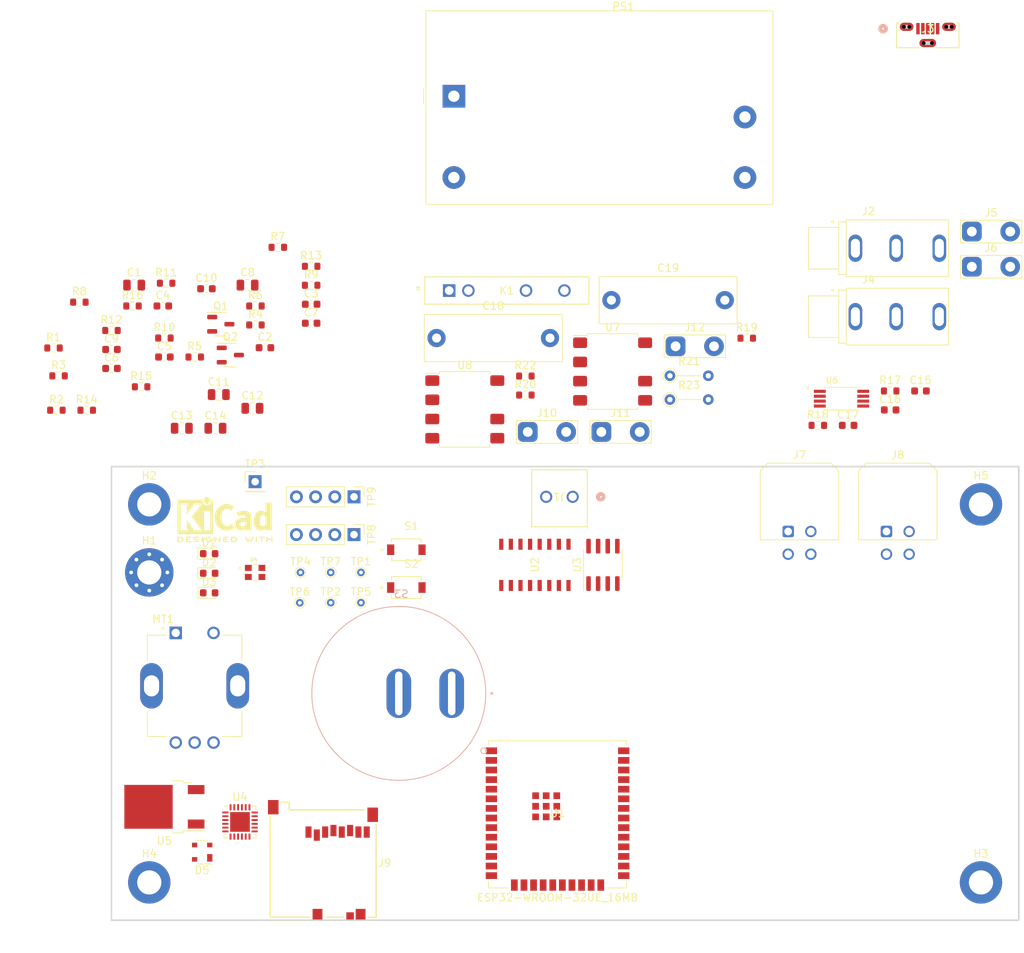
<source format=kicad_pcb>
(kicad_pcb (version 20211014) (generator pcbnew)
  (layers (0 "F.Cu" signal "TOP") (1 "In1.Cu" power "M10") (2 "In2.Cu" power "M233") (31 "B.Cu" signal "BOTTOM") (34 "B.Paste" user) (35 "F.Paste" user) (36 "B.SilkS" user "B.Silkscreen") (37 "F.SilkS" user "F.Silkscreen") (38 "B.Mask" user) (39 "F.Mask" user) (44 "Edge.Cuts" user))
  (net 0 "")
  (net 1 "GND")
  (net 2 "+3.3V")
  (net 3 "/AC_L")
  (net 4 "/AC_N")
  (net 5 "Net-(D4-Pad2)")
  (net 6 "/Probe1+")
  (net 7 "/Probe1-")
  (net 8 "/Probe2+")
  (net 9 "/Probe2-")
  (net 10 "/Probe3+")
  (net 11 "/Probe3-")
  (net 12 "/Probe4+")
  (net 13 "/Probe4-")
  (net 14 "/MUX_OUT_-")
  (net 15 "/MUX_OUT_+")
  (net 16 "+3.3VA")
  (net 17 "+5V")
  (net 18 "/Loads/Auger_-")
  (net 19 "+3.3VP")
  (net 20 "/EN")
  (net 21 "/I36")
  (net 22 "/I39")
  (net 23 "/I34")
  (net 24 "/I35")
  (net 25 "/IO32")
  (net 26 "/IO33")
  (net 27 "/IO25")
  (net 28 "/IO26")
  (net 29 "/IO27")
  (net 30 "/IO14")
  (net 31 "/IO12")
  (net 32 "/IO13")
  (net 33 "/IO15")
  (net 34 "/IO2")
  (net 35 "/IO0")
  (net 36 "/IO4")
  (net 37 "/IO16")
  (net 38 "/IO17")
  (net 39 "/RXD0")
  (net 40 "/TXD0")
  (net 41 "/IO23")
  (net 42 "/USB_DN")
  (net 43 "/USB_DP")
  (net 44 "Net-(Q2-Pad2)")
  (net 45 "Net-(D3-Pad2)")
  (net 46 "/I2C_SDA")
  (net 47 "/I2C_SCL")
  (net 48 "/RTS")
  (net 49 "/DTR")
  (net 50 "Net-(C18-Pad2)")
  (net 51 "Net-(D2-Pad2)")
  (net 52 "/RXD")
  (net 53 "/TXD")
  (net 54 "Net-(D1-Pad2)")
  (net 55 "/SPI_MISO")
  (net 56 "/SPI_SCK")
  (net 57 "/SPI_CS")
  (net 58 "Net-(D4-Pad3)")
  (net 59 "Net-(D4-Pad4)")
  (net 69 "/Power/AC_L")
  (net 70 "/Power/AC_N")
  (net 71 "/Loads/Heater_+")
  (net 72 "/Loads/Auger_+")
  (net 73 "/Loads/Fan_+")
  (net 74 "Net-(K1-Pad2)")
  (net 75 "/CTS")
  (net 76 "/Loads/AC_N")
  (net 77 "Net-(R6-Pad1)")
  (net 78 "Net-(Q1-Pad2)")
  (net 79 "Net-(R10-Pad2)")
  (net 80 "/Loads/IGNITOR")
  (net 81 "/Loads/AUGER")
  (net 94 "/Loads/FAN")
  (net 106 "Net-(C19-Pad2)")
  (net 110 "Net-(R18-Pad1)")
  (net 111 "Net-(R20-Pad2)")
  (net 112 "Net-(R22-Pad2)")
  (net 120 "Net-(MT1-PadS1)")
  (net 121 "/Power/IO_4")
  (footprint "Customs Smoker:XDCR_PEC11R-4215F-S0024" (layer "F.Cu") (at 111 129)
    (fp_text reference "MT1" (at -4.175 -8.835) (layer "F.SilkS"))
    (fp_text value "PEC11R-4215F-S0024")
    (pad "1" thru_hole rect locked (at -2.5 -7) (size 1.65 1.65) (drill 1.1) (layers *.Cu *.Mask))
    (pad "2" thru_hole circle locked (at 2.5 -7) (size 1.65 1.65) (drill 1.1) (layers *.Cu *.Mask))
    (pad "A" thru_hole circle locked (at -2.5 7.5) (size 1.65 1.65) (drill 1.1) (layers *.Cu *.Mask))
    (pad "B" thru_hole circle locked (at 2.5 7.5) (size 1.65 1.65) (drill 1.1) (layers *.Cu *.Mask))
    (pad "COM" thru_hole circle locked (at 0 7.5) (size 1.65 1.65) (drill 1.1) (layers *.Cu *.Mask))
    (pad "S1" thru_hole oval locked (at -5.7 0) (size 3 6) (drill oval 2 2.8) (layers *.Cu *.Mask) (net 120 "Net-(MT1-PadS1)"))
    (pad "S2" thru_hole oval locked (at 5.7 0) (size 3 6) (drill oval 2 2.8) (layers *.Cu *.Mask) (net 120 "Net-(MT1-PadS1)"))
  )
  (footprint "Capacitor_SMD:C_0805_2012Metric" (layer "F.Cu") (at 113.75 94.93)
    (fp_text reference "C14" (at 0 -1.68) (layer "F.SilkS"))
    (fp_text value "10uF 16V X5R 0805")
    (pad "1" smd roundrect (at -0.95 0) (size 1 1.45) (layers "F.Cu" "F.Paste" "F.Mask") (net 19 "+3.3VP"))
    (pad "2" smd roundrect (at 0.95 0) (size 1 1.45) (layers "F.Cu" "F.Paste" "F.Mask") (net 1 "GND"))
  )
  (footprint "Connector_PinHeader_2.54mm:PinHeader_1x04_P2.54mm_Vertical" (layer "F.Cu") (at 132.08 109 -90)
    (fp_text reference "TP8" (at 0 -2.33 90) (layer "F.SilkS"))
    (fp_text value "GPIO MISC.")
    (pad "1" thru_hole rect (at 0 0 270) (size 1.7 1.7) (drill 1) (layers *.Cu *.Mask))
    (pad "2" thru_hole oval (at 0 2.54 270) (size 1.7 1.7) (drill 1) (layers *.Cu *.Mask))
    (pad "3" thru_hole oval (at 0 5.08 270) (size 1.7 1.7) (drill 1) (layers *.Cu *.Mask))
    (pad "4" thru_hole oval (at 0 7.62 270) (size 1.7 1.7) (drill 1) (layers *.Cu *.Mask))
  )
  (footprint "Resistor_SMD:R_0603_1608Metric" (layer "F.Cu") (at 92.335 84.3175)
    (fp_text reference "R1" (at 0 -1.43) (layer "F.SilkS"))
    (fp_text value "1.8kOhm 1% 0603")
    (pad "1" smd roundrect (at -0.825 0) (size 0.8 0.95) (layers "F.Cu" "F.Paste" "F.Mask") (net 47 "/I2C_SCL"))
    (pad "2" smd roundrect (at 0.825 0) (size 0.8 0.95) (layers "F.Cu" "F.Paste" "F.Mask") (net 2 "+3.3V"))
  )
  (footprint "Package_SO:SSO-7-8_6.4x9.78mm_P2.54mm" (layer "F.Cu") (at 146.73 92.44)
    (fp_text reference "U8" (at 0 -5.84) (layer "F.SilkS"))
    (fp_text value "AQH3223A")
    (pad "1" smd roundrect (at -4.3 -3.81) (size 1.85 1.4) (layers "F.Cu" "F.Paste" "F.Mask") (roundrect_rratio 0.178571) (net 1 "GND"))
    (pad "2" smd roundrect (at -4.3 -1.27) (size 1.85 1.4) (layers "F.Cu" "F.Paste" "F.Mask") (roundrect_rratio 0.178571) (net 112 "Net-(R22-Pad2)"))
    (pad "3" smd roundrect (at -4.3 1.27) (size 1.85 1.4) (layers "F.Cu" "F.Paste" "F.Mask") (roundrect_rratio 0.178571) (net 1 "GND"))
    (pad "4" smd roundrect (at -4.3 3.81) (size 1.85 1.4) (layers "F.Cu" "F.Paste" "F.Mask") (roundrect_rratio 0.178571) (net 1 "GND"))
    (pad "5" smd roundrect (at 4.3 3.81) (size 1.85 1.4) (layers "F.Cu" "F.Paste" "F.Mask") (roundrect_rratio 0.178571))
    (pad "6" smd roundrect (at 4.3 1.27) (size 1.85 1.4) (layers "F.Cu" "F.Paste" "F.Mask") (roundrect_rratio 0.178571) (net 76 "/Loads/AC_N"))
    (pad "8" smd roundrect (at 4.3 -3.81) (size 1.85 1.4) (layers "F.Cu" "F.Paste" "F.Mask") (roundrect_rratio 0.178571) (net 73 "/Loads/Fan_+"))
  )
  (footprint "TestPoint:TestPoint_THTPad_D1.0mm_Drill0.5mm" (layer "F.Cu") (at 133 114)
    (fp_text reference "TP1" (at 0 -1.448) (layer "F.SilkS"))
    (fp_text value "3V3 TP")
    (pad "1" thru_hole circle (at 0 0) (size 1 1) (drill 0.5) (layers *.Cu *.Mask) (net 2 "+3.3V"))
  )
  (footprint "Resistor_SMD:R_0603_1608Metric" (layer "F.Cu") (at 92.71687 92.547424)
    (fp_text reference "R2" (at 0 -1.43) (layer "F.SilkS"))
    (fp_text value "1.8kOhm 1% 0603")
    (pad "1" smd roundrect (at -0.825 0) (size 0.8 0.95) (layers "F.Cu" "F.Paste" "F.Mask") (net 46 "/I2C_SDA"))
    (pad "2" smd roundrect (at 0.825 0) (size 0.8 0.95) (layers "F.Cu" "F.Paste" "F.Mask") (net 2 "+3.3V"))
  )
  (footprint "Resistor_SMD:R_0603_1608Metric" (layer "F.Cu") (at 102.78 78.76)
    (fp_text reference "R16" (at 0 -1.43) (layer "F.SilkS"))
    (fp_text value "0Ohm 0603")
    (pad "1" smd roundrect (at -0.825 0) (size 0.8 0.95) (layers "F.Cu" "F.Paste" "F.Mask") (net 39 "/RXD0"))
    (pad "2" smd roundrect (at 0.825 0) (size 0.8 0.95) (layers "F.Cu" "F.Paste" "F.Mask") (net 53 "/TXD"))
  )
  (footprint "Resistor_SMD:R_0603_1608Metric" (layer "F.Cu") (at 93 88)
    (fp_text reference "R3" (at 0 -1.43) (layer "F.SilkS"))
    (fp_text value "10K 1% 0603")
    (pad "1" smd roundrect (at -0.825 0) (size 0.8 0.95) (layers "F.Cu" "F.Paste" "F.Mask") (net 20 "/EN"))
    (pad "2" smd roundrect (at 0.825 0) (size 0.8 0.95) (layers "F.Cu" "F.Paste" "F.Mask") (net 2 "+3.3V"))
  )
  (footprint "Capacitor_SMD:C_0603_1608Metric" (layer "F.Cu") (at 197.43 94.55)
    (fp_text reference "C17" (at 0 -1.43) (layer "F.SilkS"))
    (fp_text value "0.1uF 50V X7R 0603")
    (pad "1" smd roundrect (at -0.775 0) (size 0.9 0.95) (layers "F.Cu" "F.Paste" "F.Mask") (net 1 "GND"))
    (pad "2" smd roundrect (at 0.775 0) (size 0.9 0.95) (layers "F.Cu" "F.Paste" "F.Mask") (net 19 "+3.3VP"))
  )
  (footprint "MountingHole:MountingHole_3.2mm_M3_Pad_Via" (layer "F.Cu") (at 105 114)
    (fp_text reference "H1" (at 0 -4.2) (layer "F.SilkS"))
    (fp_text value "AC_GND")
    (pad "1" thru_hole circle (at 2.4 0) (size 0.8 0.8) (drill 0.5) (layers *.Cu *.Mask) (net 1 "GND"))
    (pad "1" thru_hole circle (at 1.697056 1.697056) (size 0.8 0.8) (drill 0.5) (layers *.Cu *.Mask) (net 1 "GND"))
    (pad "1" thru_hole circle (at 0 -2.4) (size 0.8 0.8) (drill 0.5) (layers *.Cu *.Mask) (net 1 "GND"))
    (pad "1" thru_hole circle (at -2.4 0) (size 0.8 0.8) (drill 0.5) (layers *.Cu *.Mask) (net 1 "GND"))
    (pad "1" thru_hole circle (at 1.697056 -1.697056) (size 0.8 0.8) (drill 0.5) (layers *.Cu *.Mask) (net 1 "GND"))
    (pad "1" thru_hole circle (at 0 0) (size 6.4 6.4) (drill 3.2) (layers *.Cu *.Mask) (net 1 "GND"))
    (pad "1" thru_hole circle (at -1.697056 1.697056) (size 0.8 0.8) (drill 0.5) (layers *.Cu *.Mask) (net 1 "GND"))
    (pad "1" thru_hole circle (at 0 2.4) (size 0.8 0.8) (drill 0.5) (layers *.Cu *.Mask) (net 1 "GND"))
    (pad "1" thru_hole circle (at -1.697056 -1.697056) (size 0.8 0.8) (drill 0.5) (layers *.Cu *.Mask) (net 1 "GND"))
  )
  (footprint "TestPoint:TestPoint_2Pads_Pitch5.08mm_Drill1.3mm" (layer "F.Cu") (at 213.79 73.57)
    (fp_text reference "J6" (at 2.54 -2.5) (layer "F.SilkS"))
    (fp_text value "MJ-3502")
    (pad "1" thru_hole roundrect (at 0 0) (size 2.6 2.6) (drill 1.3) (layers *.Cu *.Mask) (net 13 "/Probe4-"))
    (pad "2" thru_hole circle (at 5.08 0) (size 2.6 2.6) (drill 1.3) (layers *.Cu *.Mask) (net 12 "/Probe4+"))
  )
  (footprint "Resistor_SMD:R_0603_1608Metric" (layer "F.Cu") (at 100 82)
    (fp_text reference "R12" (at 0 -1.43) (layer "F.SilkS"))
    (fp_text value "20Ohm 1% 0603")
    (pad "1" smd roundrect (at -0.825 0) (size 0.8 0.95) (layers "F.Cu" "F.Paste" "F.Mask") (net 59 "Net-(D4-Pad4)"))
    (pad "2" smd roundrect (at 0.825 0) (size 0.8 0.95) (layers "F.Cu" "F.Paste" "F.Mask") (net 29 "/IO27"))
  )
  (footprint "Customs Smoker:LED_ASMB-KTF0-0A306" (layer "F.Cu") (at 119 114)
    (fp_text reference "D4" (at -0.176143 -1.706188) (layer "F.SilkS") (effects (font (size 0.48039 0.48039))))
    (fp_text value "ASMB-KTF0-0A306")
    (pad "1" smd rect locked (at -0.9 -0.6 180) (size 0.9 0.8) (layers "F.Cu" "F.Paste" "F.Mask") (net 2 "+3.3V"))
    (pad "2" smd rect locked (at -0.9 0.6 180) (size 0.9 0.8) (layers "F.Cu" "F.Paste" "F.Mask") (net 5 "Net-(D4-Pad2)"))
    (pad "3" smd rect locked (at 0.9 0.6 180) (size 0.9 0.8) (layers "F.Cu" "F.Paste" "F.Mask") (net 58 "Net-(D4-Pad3)"))
    (pad "4" smd rect locked (at 0.9 -0.6 180) (size 0.9 0.8) (layers "F.Cu" "F.Paste" "F.Mask") (net 59 "Net-(D4-Pad4)"))
  )
  (footprint "TestPoint:TestPoint_THTPad_D1.0mm_Drill0.5mm" (layer "F.Cu") (at 129 114)
    (fp_text reference "TP7" (at 0 -1.448) (layer "F.SilkS"))
    (fp_text value "SDA TP")
    (pad "1" thru_hole circle (at 0 0) (size 1 1) (drill 0.5) (layers *.Cu *.Mask) (net 46 "/I2C_SDA"))
  )
  (footprint "MountingHole:MountingHole_3.2mm_M3_DIN965_Pad" (layer "F.Cu") (at 215 105)
    (fp_text reference "H5" (at 0 -3.8) (layer "F.SilkS"))
    (fp_text value "MountingHole")
    (pad "1" thru_hole circle (at 0 0) (size 5.6 5.6) (drill 3.2) (layers *.Cu *.Mask))
  )
  (footprint "Capacitor_SMD:C_0603_1608Metric" (layer "F.Cu") (at 100 84.51)
    (fp_text reference "C9" (at 0 -1.43) (layer "F.SilkS"))
    (fp_text value "0.1uF 50V X7R 0603")
    (pad "1" smd roundrect (at -0.775 0) (size 0.9 0.95) (layers "F.Cu" "F.Paste" "F.Mask") (net 17 "+5V"))
    (pad "2" smd roundrect (at 0.775 0) (size 0.9 0.95) (layers "F.Cu" "F.Paste" "F.Mask") (net 1 "GND"))
  )
  (footprint "TestPoint:TestPoint_THTPad_D1.0mm_Drill0.5mm" (layer "F.Cu") (at 133 118)
    (fp_text reference "TP5" (at 0 -1.448) (layer "F.SilkS"))
    (fp_text value "3V3 TP")
    (pad "1" thru_hole circle (at 0 0) (size 1 1) (drill 0.5) (layers *.Cu *.Mask) (net 16 "+3.3VA"))
  )
  (footprint "Capacitor_SMD:C_0805_2012Metric" (layer "F.Cu") (at 103 76)
    (fp_text reference "C1" (at 0 -1.68) (layer "F.SilkS"))
    (fp_text value "22uF 10V X5R 0805")
    (pad "1" smd roundrect (at -0.95 0) (size 1 1.45) (layers "F.Cu" "F.Paste" "F.Mask") (net 1 "GND"))
    (pad "2" smd roundrect (at 0.95 0) (size 1 1.45) (layers "F.Cu" "F.Paste" "F.Mask") (net 2 "+3.3V"))
  )
  (footprint "Package_TO_SOT_SMD:TO-252-2" (layer "F.Cu") (at 107 145 180)
    (fp_text reference "U5" (at 0 -4.5) (layer "F.SilkS"))
    (fp_text value "AMS1117-3.3")
    (pad "1" smd rect (at -4.2 -2.28 180) (size 2.2 1.2) (layers "F.Cu" "F.Paste" "F.Mask") (net 1 "GND"))
    (pad "2" smd rect (at 2.1 0 180) (size 6.4 5.8) (layers "F.Cu" "F.Mask") (net 19 "+3.3VP"))
    (pad "3" smd rect (at -4.2 2.28 180) (size 2.2 1.2) (layers "F.Cu" "F.Paste" "F.Mask") (net 17 "+5V"))
  )
  (footprint "Capacitor_THT:C_Rect_L18.0mm_W6.0mm_P15.00mm_FKS3_FKP3" (layer "F.Cu") (at 166.12 77.99)
    (fp_text reference "C19" (at 7.5 -4.25) (layer "F.SilkS"))
    (fp_text value "Film 0.1uF 305V 15mm")
    (pad "1" thru_hole circle (at 0 0) (size 2.4 2.4) (drill 1.2) (layers *.Cu *.Mask) (net 18 "/Loads/Auger_-"))
    (pad "2" thru_hole circle (at 15 0) (size 2.4 2.4) (drill 1.2) (layers *.Cu *.Mask) (net 106 "Net-(C19-Pad2)"))
  )
  (footprint "Capacitor_SMD:C_0603_1608Metric" (layer "F.Cu") (at 107 85.51)
    (fp_text reference "C5" (at 0 -1.43) (layer "F.SilkS"))
    (fp_text value "0.1uF 50V X7R 0603")
    (pad "1" smd roundrect (at -0.775 0) (size 0.9 0.95) (layers "F.Cu" "F.Paste" "F.Mask") (net 20 "/EN"))
    (pad "2" smd roundrect (at 0.775 0) (size 0.9 0.95) (layers "F.Cu" "F.Paste" "F.Mask") (net 1 "GND"))
  )
  (footprint "Customs Smoker:SW_TL1015AF160QG" (layer "F.Cu") (at 139 111)
    (fp_text reference "S1" (at 0.675 -3.135) (layer "F.SilkS"))
    (fp_text value "TL1015AF160QG")
    (pad "1" smd rect locked (at -2.075 0) (size 0.95 1.4) (layers "F.Cu" "F.Paste" "F.Mask") (net 1 "GND"))
    (pad "2" smd rect locked (at 2.075 0) (size 0.95 1.4) (layers "F.Cu" "F.Paste" "F.Mask") (net 20 "/EN"))
  )
  (footprint "Customs Smoker:CONN_393570002_MOL" (layer "F.Cu") (at 161 104 180)
    (fp_text reference "J1" (at 1.7526 0 180 unlocked) (layer "F.SilkS"))
    (fp_text value "393570002")
    (pad "1" thru_hole circle (at 0 0 180) (size 1.6002 1.6002) (drill 1.0922) (layers *.Cu *.Mask) (net 3 "/AC_L"))
    (pad "2" thru_hole circle (at 3.5052 0 180) (size 1.6002 1.6002) (drill 1.0922) (layers *.Cu *.Mask) (net 4 "/AC_N"))
  )
  (footprint "Resistor_SMD:R_0603_1608Metric" (layer "F.Cu") (at 202.99 90)
    (fp_text reference "R17" (at 0 -1.43) (layer "F.SilkS"))
    (fp_text value "10K 1% 0603")
    (pad "1" smd roundrect (at -0.825 0) (size 0.8 0.95) (layers "F.Cu" "F.Paste" "F.Mask") (net 2 "+3.3V"))
    (pad "2" smd roundrect (at 0.825 0) (size 0.8 0.95) (layers "F.Cu" "F.Paste" "F.Mask") (net 121 "/Power/IO_4"))
  )
  (footprint "Capacitor_SMD:C_0603_1608Metric" (layer "F.Cu") (at 112.56 76.48)
    (fp_text reference "C10" (at 0 -1.43) (layer "F.SilkS"))
    (fp_text value "0.1uF 50V X7R 0603")
    (pad "1" smd roundrect (at -0.775 0) (size 0.9 0.95) (layers "F.Cu" "F.Paste" "F.Mask") (net 1 "GND"))
    (pad "2" smd roundrect (at 0.775 0) (size 0.9 0.95) (layers "F.Cu" "F.Paste" "F.Mask") (net 16 "+3.3VA"))
  )
  (footprint "TestPoint:TestPoint_THTPad_D1.0mm_Drill0.5mm" (layer "F.Cu") (at 129 118)
    (fp_text reference "TP2" (at 0 -1.448) (layer "F.SilkS"))
    (fp_text value "GND TP")
    (pad "1" thru_hole circle (at 0 0) (size 1 1) (drill 0.5) (layers *.Cu *.Mask) (net 1 "GND"))
  )
  (footprint "Resistor_SMD:R_0603_1608Metric" (layer "F.Cu") (at 126.41 76.02)
    (fp_text reference "R9" (at 0 -1.43) (layer "F.SilkS"))
    (fp_text value "750Ohm 1% 0603")
    (pad "1" smd roundrect (at -0.825 0) (size 0.8 0.95) (layers "F.Cu" "F.Paste" "F.Mask") (net 2 "+3.3V"))
    (pad "2" smd roundrect (at 0.825 0) (size 0.8 0.95) (layers "F.Cu" "F.Paste" "F.Mask") (net 45 "Net-(D3-Pad2)"))
  )
  (footprint "Resistor_SMD:R_0603_1608Metric" (layer "F.Cu") (at 193.42 94.55)
    (fp_text reference "R18" (at 0 -1.43) (layer "F.SilkS"))
    (fp_text value "250Ohm 0.1% 0603")
    (pad "1" smd roundrect (at -0.825 0) (size 0.8 0.95) (layers "F.Cu" "F.Paste" "F.Mask") (net 110 "Net-(R18-Pad1)"))
    (pad "2" smd roundrect (at 0.825 0) (size 0.8 0.95) (layers "F.Cu" "F.Paste" "F.Mask") (net 1 "GND"))
  )
  (footprint "TestPoint:TestPoint_2Pads_Pitch5.08mm_Drill1.3mm" (layer "F.Cu") (at 174.61 84.09)
    (fp_text reference "J12" (at 2.54 -2.5) (layer "F.SilkS"))
    (fp_text value "FAN")
    (pad "1" thru_hole roundrect (at 0 0) (size 2.6 2.6) (drill 1.3) (layers *.Cu *.Mask) (net 73 "/Loads/Fan_+"))
    (pad "2" thru_hole circle (at 5.08 0) (size 2.6 2.6) (drill 1.3) (layers *.Cu *.Mask) (net 18 "/Loads/Auger_-"))
  )
  (footprint "Package_SO:SSO-7-8_6.4x9.78mm_P2.54mm" (layer "F.Cu") (at 166.28 87.43)
    (fp_text reference "U7" (at 0 -5.84) (layer "F.SilkS"))
    (fp_text value "AQH3223A")
    (pad "1" smd roundrect (at -4.3 -3.81) (size 1.85 1.4) (layers "F.Cu" "F.Paste" "F.Mask") (roundrect_rratio 0.178571) (net 1 "GND"))
    (pad "2" smd roundrect (at -4.3 -1.27) (size 1.85 1.4) (layers "F.Cu" "F.Paste" "F.Mask") (roundrect_rratio 0.178571) (net 111 "Net-(R20-Pad2)"))
    (pad "3" smd roundrect (at -4.3 1.27) (size 1.85 1.4) (layers "F.Cu" "F.Paste" "F.Mask") (roundrect_rratio 0.178571) (net 1 "GND"))
    (pad "4" smd roundrect (at -4.3 3.81) (size 1.85 1.4) (layers "F.Cu" "F.Paste" "F.Mask") (roundrect_rratio 0.178571) (net 1 "GND"))
    (pad "5" smd roundrect (at 4.3 3.81) (size 1.85 1.4) (layers "F.Cu" "F.Paste" "F.Mask") (roundrect_rratio 0.178571))
    (pad "6" smd roundrect (at 4.3 1.27) (size 1.85 1.4) (layers "F.Cu" "F.Paste" "F.Mask") (roundrect_rratio 0.178571) (net 76 "/Loads/AC_N"))
    (pad "8" smd roundrect (at 4.3 -3.81) (size 1.85 1.4) (layers "F.Cu" "F.Paste" "F.Mask") (roundrect_rratio 0.178571) (net 72 "/Loads/Auger_+"))
  )
  (footprint "Customs Smoker:CUI_MJ-3502" (layer "F.Cu") (at 203.94 71.12)
    (fp_text reference "J2" (at -3.82724 -4.88785) (layer "F.SilkS") (effects (font (size 1.000583 1.000583))))
    (fp_text value "MJ-3502")
    (pad "1" thru_hole oval locked (at -5.55 0) (size 1.8 3.6) (drill oval 1.2 2.5) (layers *.Cu *.Mask) (net 7 "/Probe1-"))
    (pad "2" thru_hole oval locked (at -0.15 0) (size 1.8 3.6) (drill oval 1.2 2.5) (layers *.Cu *.Mask) (net 6 "/Probe1+"))
    (pad "3" thru_hole oval locked (at 5.55 0) (size 1.8 3.6) (drill oval 1.2 2.5) (layers *.Cu *.Mask))
  )
  (footprint "Connector_Molex:Molex_Micro-Fit_3.0_43045-0400_2x02_P3.00mm_Horizontal" (layer "F.Cu") (at 189.5 108.585)
    (fp_text reference "J7" (at 1.5 -10.12) (layer "F.SilkS"))
    (fp_text value "Hopper")
    (pad "" np_thru_hole circle (at 1.5 -4.32) (size 3 3) (drill 3) (layers *.Cu *.Mask))
    (pad "1" thru_hole roundrect (at 0 0) (size 1.5 1.5) (drill 1.02) (layers *.Cu *.Mask) (roundrect_rratio 0.166667) (net 46 "/I2C_SDA"))
    (pad "2" thru_hole circle (at 3 0) (size 1.5 1.5) (drill 1.02) (layers *.Cu *.Mask) (net 1 "GND"))
    (pad "3" thru_hole circle (at 0 3) (size 1.5 1.5) (drill 1.02) (layers *.Cu *.Mask) (net 47 "/I2C_SCL"))
    (pad "4" thru_hole circle (at 3 3) (size 1.5 1.5) (drill 1.02) (layers *.Cu *.Mask) (net 2 "+3.3V"))
  )
  (footprint "Symbol:KiCad-Logo2_5mm_SilkScreen" (layer "F.Cu") (at 115 107)
    (fp_text reference "AE1" hide)
    (fp_text value "Antenna" hide)
  )
  (footprint "Connector_Molex:Molex_Micro-Fit_3.0_43045-0400_2x02_P3.00mm_Horizontal" (layer "F.Cu") (at 202.5 108.585)
    (fp_text reference "J8" (at 1.5 -10.12) (layer "F.SilkS"))
    (fp_text value "Lid")
    (pad "" np_thru_hole circle (at 1.5 -4.32) (size 3 3) (drill 3) (layers *.Cu *.Mask))
    (pad "1" thru_hole roundrect (at 0 0) (size 1.5 1.5) (drill 1.02) (layers *.Cu *.Mask) (roundrect_rratio 0.166667) (net 46 "/I2C_SDA"))
    (pad "2" thru_hole circle (at 3 0) (size 1.5 1.5) (drill 1.02) (layers *.Cu *.Mask) (net 1 "GND"))
    (pad "3" thru_hole circle (at 0 3) (size 1.5 1.5) (drill 1.02) (layers *.Cu *.Mask) (net 47 "/I2C_SCL"))
    (pad "4" thru_hole circle (at 3 3) (size 1.5 1.5) (drill 1.02) (layers *.Cu *.Mask) (net 2 "+3.3V"))
  )
  (footprint "Resistor_SMD:R_0603_1608Metric" (layer "F.Cu") (at 119.04 81.27)
    (fp_text reference "R4" (at 0 -1.43) (layer "F.SilkS"))
    (fp_text value "470Ohm 1% 0603")
    (pad "1" smd roundrect (at -0.825 0) (size 0.8 0.95) (layers "F.Cu" "F.Paste" "F.Mask") (net 2 "+3.3V"))
    (pad "2" smd roundrect (at 0.825 0) (size 0.8 0.95) (layers "F.Cu" "F.Paste" "F.Mask") (net 54 "Net-(D1-Pad2)"))
  )
  (footprint "Capacitor_SMD:C_0603_1608Metric" (layer "F.Cu") (at 207 90)
    (fp_text reference "C15" (at 0 -1.43) (layer "F.SilkS"))
    (fp_text value "1uF 16V X7R 0603")
    (pad "1" smd roundrect (at -0.775 0) (size 0.9 0.95) (layers "F.Cu" "F.Paste" "F.Mask") (net 1 "GND"))
    (pad "2" smd roundrect (at 0.775 0) (size 0.9 0.95) (layers "F.Cu" "F.Paste" "F.Mask") (net 2 "+3.3V"))
  )
  (footprint "Resistor_SMD:R_0603_1608Metric" (layer "F.Cu") (at 119.04 78.76)
    (fp_text reference "R6" (at 0 -1.43) (layer "F.SilkS"))
    (fp_text value "1kOhm 1% 0603")
    (pad "1" smd roundrect (at -0.825 0) (size 0.8 0.95) (layers "F.Cu" "F.Paste" "F.Mask") (net 77 "Net-(R6-Pad1)"))
    (pad "2" smd roundrect (at 0.825 0) (size 0.8 0.95) (layers "F.Cu" "F.Paste" "F.Mask") (net 2 "+3.3V"))
  )
  (footprint "Connector_PinHeader_2.54mm:PinHeader_1x04_P2.54mm_Vertical" (layer "F.Cu") (at 132.08 104 -90)
    (fp_text reference "TP9" (at 0 -2.33 90) (layer "F.SilkS"))
    (fp_text value "Screen I2C")
    (pad "1" thru_hole rect (at 0 0 270) (size 1.7 1.7) (drill 1) (layers *.Cu *.Mask) (net 46 "/I2C_SDA"))
    (pad "2" thru_hole oval (at 0 2.54 270) (size 1.7 1.7) (drill 1) (layers *.Cu *.Mask) (net 47 "/I2C_SCL"))
    (pad "3" thru_hole oval (at 0 5.08 270) (size 1.7 1.7) (drill 1) (layers *.Cu *.Mask) (net 1 "GND"))
    (pad "4" thru_hole oval (at 0 7.62 270) (size 1.7 1.7) (drill 1) (layers *.Cu *.Mask) (net 2 "+3.3V"))
  )
  (footprint "Customs Smoker:SOP65P640X120-8N" (layer "F.Cu") (at 196.555 91.02)
    (fp_text reference "U6" (at -1.28 -2.435) (layer "F.SilkS") (effects (font (size 0.8 0.8))))
    (fp_text value "TPS2115APWR")
    (pad "1" smd roundrect locked (at -2.87 -0.975) (size 1.57 0.41) (layers "F.Cu" "F.Paste" "F.Mask") (roundrect_rratio 0.05) (net 121 "/Power/IO_4"))
    (pad "2" smd roundrect locked (at -2.87 -0.325) (size 1.57 0.41) (layers "F.Cu" "F.Paste" "F.Mask") (roundrect_rratio 0.05))
    (pad "3" smd roundrect locked (at -2.87 0.325) (size 1.57 0.41) (layers "F.Cu" "F.Paste" "F.Mask") (roundrect_rratio 0.05) (net 1 "GND"))
    (pad "4" smd roundrect locked (at -2.87 0.975) (size 1.57 0.41) (layers "F.Cu" "F.Paste" "F.Mask") (roundrect_rratio 0.05) (net 110 "Net-(R18-Pad1)"))
    (pad "5" smd roundrect locked (at 2.87 0.975) (size 1.57 0.41) (layers "F.Cu" "F.Paste" "F.Mask") (roundrect_rratio 0.05) (net 1 "GND"))
    (pad "6" smd roundrect locked (at 2.87 0.325) (size 1.57 0.41) (layers "F.Cu" "F.Paste" "F.Mask") (roundrect_rratio 0.05) (net 16 "+3.3VA"))
    (pad "7" smd roundrect locked (at 2.87 -0.325) (size 1.57 0.41) (layers "F.Cu" "F.Paste" "F.Mask") (roundrect_rratio 0.05) (net 2 "+3.3V"))
    (pad "8" smd roundrect locked (at 2.87 -0.975) (size 1.57 0.41) (layers "F.Cu" "F.Paste" "F.Mask") (roundrect_rratio 0.05) (net 19 "+3.3VP"))
  )
  (footprint "Resistor_SMD:R_0603_1608Metric" (layer "F.Cu") (at 107 83)
    (fp_text reference "R10" (at 0 -1.43) (layer "F.SilkS"))
    (fp_text value "22.1kOhm 1% 0603")
    (pad "1" smd roundrect (at -0.825 0) (size 0.8 0.95) (layers "F.Cu" "F.Paste" "F.Mask") (net 17 "+5V"))
    (pad "2" smd roundrect (at 0.825 0) (size 0.8 0.95) (layers "F.Cu" "F.Paste" "F.Mask") (net 79 "Net-(R10-Pad2)"))
  )
  (footprint "TestPoint:TestPoint_THTPad_D1.0mm_Drill0.5mm" (layer "F.Cu") (at 125 114)
    (fp_text reference "TP4" (at 0 -1.448) (layer "F.SilkS"))
    (fp_text value "3V3 TP")
    (pad "1" thru_hole circle (at 0 0) (size 1 1) (drill 0.5) (layers *.Cu *.Mask) (net 19 "+3.3VP"))
  )
  (footprint "TestPoint:TestPoint_2Pads_Pitch5.08mm_Drill1.3mm" (layer "F.Cu") (at 164.79 95.42)
    (fp_text reference "J11" (at 2.54 -2.5) (layer "F.SilkS"))
    (fp_text value "Auger")
    (pad "1" thru_hole roundrect (at 0 0) (size 2.6 2.6) (drill 1.3) (layers *.Cu *.Mask) (net 72 "/Loads/Auger_+"))
    (pad "2" thru_hole circle (at 5.08 0) (size 2.6 2.6) (drill 1.3) (layers *.Cu *.Mask) (net 18 "/Loads/Auger_-"))
  )
  (footprint "Customs Smoker:ESP32-WROOM-32UE 16MB" (layer "F.Cu") (at 159 146)
    (fp_text reference "U1" (at 0 -0.15367) (layer "F.SilkS"))
    (fp_text value "ESP32-WROOM-32UE_16MB" (at 0 11) (layer "F.SilkS"))
    (fp_text user "*" (at 0 0) (layer "F.SilkS"))
    (pad "1" smd rect locked (at -8.75 -8.40867) (size 1.4986 0.889) (layers "F.Cu" "F.Paste" "F.Mask") (net 1 "GND"))
    (pad "2" smd rect locked (at -8.75 -7.13867) (size 1.4986 0.889) (layers "F.Cu" "F.Paste" "F.Mask") (net 2 "+3.3V"))
    (pad "3" smd rect locked (at -8.75 -5.86867) (size 1.4986 0.889) (layers "F.Cu" "F.Paste" "F.Mask") (net 20 "/EN"))
    (pad "4" smd rect locked (at -8.75 -4.59867) (size 1.4986 0.889) (layers "F.Cu" "F.Paste" "F.Mask") (net 21 "/I36"))
    (pad "5" smd rect locked (at -8.75 -3.32867) (size 1.4986 0.889) (layers "F.Cu" "F.Paste" "F.Mask") (net 22 "/I39"))
    (pad "6" smd rect locked (at -8.75 -2.05867) (size 1.4986 0.889) (layers "F.Cu" "F.Paste" "F.Mask") (net 23 "/I34"))
    (pad "7" smd rect locked (at -8.75 -0.78867) (size 1.4986 0.889) (layers "F.Cu" "F.Paste" "F.Mask") (net 24 "/I35"))
    (pad "8" smd rect locked (at -8.75 0.48133) (size 1.4986 0.889) (layers "F.Cu" "F.Paste" "F.Mask") (net 25 "/IO32"))
    (pad "9" smd rect locked (at -8.75 1.75133) (size 1.4986 0.889) (layers "F.Cu" "F.Paste" "F.Mask") (net 26 "/IO33"))
    (pad "10" smd rect locked (at -8.75 3.02133) (size 1.4986 0.889) (layers "F.Cu" "F.Paste" "F.Mask") (net 27 "/IO25"))
    (pad "11" smd rect locked (at -8.75 4.29133) (size 1.4986 0.889) (layers "F.Cu" "F.Paste" "F.Mask") (net 28 "/IO26"))
    (pad "12" smd rect locked (at -8.75 5.56133) (size 1.4986 0.889) (layers "F.Cu" "F.Paste" "F.Mask") (net 29 "/IO27"))
    (pad "13" smd rect locked (at -8.75 6.83133) (size 1.4986 0.889) (layers "F.Cu" "F.Paste" "F.Mask") (net 30 "/IO14"))
    (pad "14" smd rect locked (at -8.75 8.10133) (size 1.4986 0.889) (layers "F.Cu" "F.Paste" "F.Mask") (net 31 "/IO12"))
    (pad "15" smd rect locked (at -5.715 9.351772) (size 0.889 1.4986) (layers "F.Cu" "F.Paste" "F.Mask") (net 1 "GND"))
    (pad "16" smd rect locked (at -4.445 9.351772) (size 0.889 1.4986) (layers "F.Cu" "F.Paste" "F.Mask") (net 32 "/IO13"))
    (pad "17" smd rect locked (at -3.175 9.351772) (size 0.889 1.4986) (layers "F.Cu" "F.Paste" "F.Mask"))
    (pad "18" smd rect locked (at -1.905 9.351772) (size 0.889 1.4986) (layers "F.Cu" "F.Paste" "F.Mask"))
    (pad "19" smd rect locked (at -0.635 9.351772) (size 0.889 1.4986) (layers "F.Cu" "F.Paste" "F.Mask"))
    (pad "20" smd rect locked (at 0.635 9.351772) (size 0.889 1.4986) (layers "F.Cu" "F.Paste" "F.Mask"))
    (pad "21" smd rect locked (at 1.905 9.351772) (size 0.889 1.4986) (layers "F.Cu" "F.Paste" "F.Mask"))
    (pad "22" smd rect locked (at 3.175 9.351772) (size 0.889 1.4986) (layers "F.Cu" "F.Paste" "F.Mask"))
    (pad "23" smd rect locked (at 4.445 9.351772) (size 0.889 1.4986) (layers "F.Cu" "F.Paste" "F.Mask") (net 33 "/IO15"))
    (pad "24" smd rect locked (at 5.715 9.351772) (size 0.889 1.4986) (layers "F.Cu" "F.Paste" "F.Mask") (net 34 "/IO2"))
    (pad "25" smd rect locked (at 8.75 8.10133) (size 1.4986 0.889) (layers "F.Cu" "F.Paste" "F.Mask") (net 35 "/IO0"))
    (pad "26" smd rect locked (at 8.75 6.83133) (size 1.4986 0.889) (layers "F.Cu" "F.Paste" "F.Mask") (net 36 "/IO4"))
    (pad "27" smd rect locked (at 8.75 5.56133) (size 1.4986 0.889) (layers "F.Cu" "F.Paste" "F.Mask") (net 37 "/IO16"))
    (pad "28" smd rect locked (at 8.75 4.29133) (size 1.4986 0.889) (layers "F.Cu" "F.Paste" "F.Mask") (net 38 "/IO17"))
    (pad "29" smd rect locked (at 8.75 3.02133) (size 1.4986 0.889) (layers "F.Cu" "F.Paste" "F.Mask") (net 57 "/SPI_CS"))
    (pad "30" smd rect locked (at 8.75 1.75133) (size 1.4986 0.889) (layers "F.Cu" "F.Paste" "F.Mask") (net 56 "/SPI_SCK"))
    (pad "31" smd rect locked (at 8.75 0.48133) (size 1.4986 0.889) (layers "F.Cu" "F.Paste" "F.Mask") (net 55 "/SPI_MISO"))
    (pad "32" smd rect locked (at 8.75 -0.78867) (size 1.4986 0.889) (layers "F.Cu" "F.Paste" "F.Mask"))
    (pad "33" smd rect locked (at 8.75 -2.05867) (size 1.4986 0.889) (layers "F.Cu" "F.Paste" "F.Mask") (net 46 "/I2C_SDA"))
    (pad "34" smd rect locked (at 8.75 -3.32867) (size 1.4986 0.889) (layers "F.Cu" "F.Paste" "F.Mask") (net 39 "/RXD0"))
    (pad "35" smd rect locked (at 8.75 -4.59867) (size 1.4986 0.889) (layers "F.Cu" "F.Paste" "F.Mask") (net 40 "/TXD0"))
    (pad "36" smd rect locked (at 8.75 -5.86867) (size 1.4986 0.889) (layers "F.Cu" "F.Paste" "F.Mask") (net 47 "/I2C_SCL"))
    (pad "37" smd rect locked (at 8.75 -7.13867) (size 1.4986 0.889) (layers "F.Cu" "F.Paste" "F.Mask") (net 41 "/IO23"))
    (pad "38" smd rect locked (at 8.75 -8.40867) (size 1.4986 0.889) (layers "F.Cu" "F.Paste" "F.Mask") (net 1 "GND"))
    (pad "39" smd rect locked (at -2.904289 -2.468807) (size 0.889 0.889) (layers "F.Cu" "F.Paste" "F.Mask") (net 1 "GND"))
    (pad "40" smd rect locked (at -1.50429 -2.468807) (size 0.889 0.889) (layers "F.Cu" "F.Paste" "F.Mask") (net 1 "GND"))
    (pad "41" smd rect locked (at -0.10429 -2.468807) (size 0.889 0.889) (layers "F.Cu" "F.Paste" "F.Mask") (net 1 "GND"))
    (pad "42" smd rect locked (at -2.904289 -1.068807) (size 0.889 0.889) (layers "F.Cu" "F.Paste" "F.Mask") (net 1 "GND"))
    (pad "43" smd rect locked (at -1.50429 -1.068807) (size 0.889 0.889) (layers "F.Cu" "F.Paste" "F.Mask") (net 1 "GND"))
    (pad "44" smd rect locked (at -0.10429 -1.068807) (size 0.889 0.889) (layers "F.Cu" "F.Paste" "F.Mask") (net 1 "GND"))
    (pad "45" smd rect locked (at -2.904236 0.331191) (size 0.889 0.889) (layers "F.Cu" "F.Paste" "F.Mask") (net 1 "GND"))
    (pad "46" smd rect locked (at -1.504188 0.331191) (size 0.889 0.889) (layers "F.Cu" "F.Paste" "F.Mask") (net 1 "GND"))
    (pad "47" smd rect locked (at -0.10414 0.331191) (size 0.889 0.889) (layers "F.Cu" "F.Paste" "F.Mask") (net 1 "GND"))
  )
  (footprint "Capacitor_THT:C_Rect_L18.0mm_W6.0mm_P15.00mm_FKS3_FKP3" (layer "F.Cu") (at 143 83)
    (fp_text reference "C18" (at 7.5 -4.25) (layer "F.SilkS"))
    (fp_text value "Film 0.1uF 305V 15mm")
    (pad "1" thru_hole circle (at 0 0) (size 2.4 2.4) (drill 1.2) (layers *.Cu *.Mask) (net 18 "/Loads/Auger_-"))
    (pad "2" thru_hole circle (at 15 0) (size 2.4 2.4) (drill 1.2) (layers *.Cu *.Mask) (net 50 "Net-(C18-Pad2)"))
  )
  (footprint "Capacitor_SMD:C_0805_2012Metric" (layer "F.Cu") (at 118.64 92.29)
    (fp_text reference "C12" (at 0 -1.68) (layer "F.SilkS"))
    (fp_text value "10uF 16V X5R 0805")
    (pad "1" smd roundrect (at -0.95 0) (size 1 1.45) (layers "F.Cu" "F.Paste" "F.Mask") (net 17 "+5V"))
    (pad "2" smd roundrect (at 0.95 0) (size 1 1.45) (layers "F.Cu" "F.Paste" "F.Mask") (net 1 "GND"))
  )
  (footprint "Capacitor_SMD:C_0805_2012Metric" (layer "F.Cu") (at 114.19 90.48)
    (fp_text reference "C11" (at 0 -1.68) (layer "F.SilkS"))
    (fp_text value "10uF 16V X5R 0805")
    (pad "1" smd roundrect (at -0.95 0) (size 1 1.45) (layers "F.Cu" "F.Paste" "F.Mask") (net 16 "+3.3VA"))
    (pad "2" smd roundrect (at 0.95 0) (size 1 1.45) (layers "F.Cu" "F.Paste" "F.Mask") (net 1 "GND"))
  )
  (footprint "Resistor_SMD:R_0603_1608Metric" (layer "F.Cu") (at 184.02 83.02)
    (fp_text reference "R19" (at 0 -1.43) (layer "F.SilkS"))
    (fp_text value "105Ohm 1% 0603")
    (pad "1" smd roundrect (at -0.825 0) (size 0.8 0.95) (layers "F.Cu" "F.Paste" "F.Mask") (net 80 "/Loads/IGNITOR"))
    (pad "2" smd roundrect (at 0.825 0) (size 0.8 0.95) (layers "F.Cu" "F.Paste" "F.Mask") (net 74 "Net-(K1-Pad2)"))
  )
  (footprint "Resistor_THT:R_Axial_DIN0204_L3.6mm_D1.6mm_P5.08mm_Vertical" (layer "F.Cu") (at 173.86 87.99)
    (fp_text reference "R21" (at 2.54 -1.92) (layer "F.SilkS"))
    (fp_text value "47Ohm 5% 1/2W")
    (pad "1" thru_hole circle (at 0 0) (size 1.4 1.4) (drill 0.7) (layers *.Cu *.Mask) (net 50 "Net-(C18-Pad2)"))
    (pad "2" thru_hole oval (at 5.08 0) (size 1.4 1.4) (drill 0.7) (layers *.Cu *.Mask) (net 76 "/Loads/AC_N"))
  )
  (footprint "Capacitor_SMD:C_0603_1608Metric" (layer "F.Cu") (at 106.79 78.76)
    (fp_text reference "C4" (at 0 -1.43) (layer "F.SilkS"))
    (fp_text value "0.01uF 50V X7R 0603")
    (pad "1" smd roundrect (at -0.775 0) (size 0.9 0.95) (layers "F.Cu" "F.Paste" "F.Mask") (net 15 "/MUX_OUT_+"))
    (pad "2" smd roundrect (at 0.775 0) (size 0.9 0.95) (layers "F.Cu" "F.Paste" "F.Mask") (net 14 "/MUX_OUT_-"))
  )
  (footprint "Resistor_SMD:R_0603_1608Metric" (layer "F.Cu") (at 95.755 78.2575)
    (fp_text reference "R8" (at 0 -1.43) (layer "F.SilkS"))
    (fp_text value "10K 1% 0603")
    (pad "1" smd roundrect (at -0.825 0) (size 0.8 0.95) (layers "F.Cu" "F.Paste" "F.Mask") (net 48 "/RTS"))
    (pad "2" smd roundrect (at 0.825 0) (size 0.8 0.95) (layers "F.Cu" "F.Paste" "F.Mask") (net 44 "Net-(Q2-Pad2)"))
  )
  (footprint "Customs Smoker:SW_TL1015AF160QG" (layer "F.Cu") (at 139 116)
    (fp_text reference "S2" (at 0.675 -3.135) (layer "F.SilkS"))
    (fp_text value "TL1015AF160QG")
    (pad "1" smd rect locked (at -2.075 0) (size 0.95 1.4) (layers "F.Cu" "F.Paste" "F.Mask") (net 1 "GND"))
    (pad "2" smd rect locked (at 2.075 0) (size 0.95 1.4) (layers "F.Cu" "F.Paste" "F.Mask") (net 35 "/IO0"))
  )
  (footprint "TestPoint:TestPoint_2Pads_Pitch5.08mm_Drill1.3mm" (layer "F.Cu") (at 155.06 95.42)
    (fp_text reference "J10" (at 2.54 -2.5) (layer "F.SilkS"))
    (fp_text value "Ignitor")
    (pad "1" thru_hole roundrect (at 0 0) (size 2.6 2.6) (drill 1.3) (layers *.Cu *.Mask) (net 71 "/Loads/Heater_+"))
    (pad "2" thru_hole circle (at 5.08 0) (size 2.6 2.6) (drill 1.3) (layers *.Cu *.Mask) (net 18 "/Loads/Auger_-"))
  )
  (footprint "Customs Smoker:GCT_MEM2051-00-195-00-A" (layer "F.Cu") (at 128 152 180)
    (fp_text reference "J9" (at -8.135 -0.425) (layer "F.SilkS"))
    (fp_text value "MEM2051-00-195-00-A")
    (pad "1" smd rect locked (at 1.94 3.66 180) (size 0.8 1.5) (layers "F.Cu" "F.Paste" "F.Mask"))
    (pad "2" smd rect locked (at 0.84 3.26 180) (size 0.8 1.5) (layers "F.Cu" "F.Paste" "F.Mask"))
    (pad "3" smd rect locked (at -0.26 3.66 180) (size 0.8 1.5) (layers "F.Cu" "F.Paste" "F.Mask"))
    (pad "4" smd rect locked (at -1.36 3.86 180) (size 0.8 1.5) (layers "F.Cu" "F.Paste" "F.Mask"))
    (pad "5" smd rect locked (at -2.46 3.66 180) (size 0.8 1.5) (layers "F.Cu" "F.Paste" "F.Mask"))
    (pad "6" smd rect locked (at -3.56 3.86 180) (size 0.8 1.5) (layers "F.Cu" "F.Paste" "F.Mask"))
    (pad "7" smd rect locked (at -4.66 3.66 180) (size 0.8 1.5) (layers "F.Cu" "F.Paste" "F.Mask"))
    (pad "8" smd rect locked (at -5.76 3.66 180) (size 0.8 1.5) (layers "F.Cu" "F.Paste" "F.Mask"))
    (pad "9" smd rect locked (at -3.56 -7.425 180) (size 1 0.95) (layers "F.Cu" "F.Paste" "F.Mask"))
    (pad "P1" smd rect locked (at -4.95 -7.2 180) (size 1.3 1.4) (layers "F.Cu" "F.Paste" "F.Mask"))
    (pad "P2" smd rect locked (at 0.75 -7.2 180) (size 1.3 1.4) (layers "F.Cu" "F.Paste" "F.Mask"))
    (pad "P3" smd rect locked (at 6.6 6.95 180) (size 1.4 1.9) (layers "F.Cu" "F.Paste" "F.Mask"))
    (pad "P4" smd rect locked (at -6.55 5.95 180) (size 1.4 1.9) (layers "F.Cu" "F.Paste" "F.Mask"))
  )
  (footprint "MountingHole:MountingHole_3.2mm_M3_DIN965_Pad" (layer "F.Cu") (at 215 155)
    (fp_text reference "H3" (at 0 -3.8) (layer "F.SilkS"))
    (fp_text value "MountingHole")
    (pad "1" thru_hole circle (at 0 0) (size 5.6 5.6) (drill 3.2) (layers *.Cu *.Mask))
  )
  (footprint "Converter_ACDC:Converter_ACDC_MeanWell_IRM-10-xx_THT" (layer "F.Cu") (at 145.285 51.02)
    (fp_text reference "PS1" (at 22.42 -11.88) (layer "F.SilkS"))
    (fp_text value "IRM-10-3.3")
    (pad "1" thru_hole rect (at 0 0) (size 3 3) (drill 1.5) (layers *.Cu *.Mask) (net 70 "/Power/AC_N"))
    (pad "2" thru_hole circle (at 0 10.75) (size 3 3) (drill 1.5) (layers *.Cu *.Mask) (net 69 "/Power/AC_L"))
    (pad "3" thru_hole circle (at 38.5 10.75) (size 3 3) (drill 1.5) (layers *.Cu *.Mask) (net 1 "GND"))
    (pad "4" thru_hole circle (at 38.5 2.75) (size 3 3) (drill 1.5) (layers *.Cu *.Mask) (net 16 "+3.3VA"))
  )
  (footprint "Resistor_SMD:R_0603_1608Metric" (layer "F.Cu") (at 107.23 75.75)
    (fp_text reference "R11" (at 0 -1.43) (layer "F.SilkS"))
    (fp_text value "20Ohm 1% 0603")
    (pad "1" smd roundrect (at -0.825 0) (size 0.8 0.95) (layers "F.Cu" "F.Paste" "F.Mask") (net 58 "Net-(D4-Pad3)"))
    (pad "2" smd roundrect (at 0.825 0) (size 0.8 0.95) (layers "F.Cu" "F.Paste" "F.Mask") (net 28 "/IO26"))
  )
  (footprint "Resistor_SMD:R_0603_1608Metric" (layer "F.Cu") (at 103.92 89.45)
    (fp_text reference "R15" (at 0 -1.43) (layer "F.SilkS"))
    (fp_text value "47.5kOhm 1% 0603")
    (pad "1" smd roundrect (at -0.825 0) (size 0.8 0.95) (layers "F.Cu" "F.Paste" "F.Mask") (net 1 "GND"))
    (pad "2" smd roundrect (at 0.825 0) (size 0.8 0.95) (layers "F.Cu" "F.Paste" "F.Mask") (net 79 "Net-(R10-Pad2)"))
  )
  (footprint "Package_SO:SOIC-8_3.9x4.9mm_P1.27mm" (layer "F.Cu") (at 165 113 90)
    (fp_text reference "U3" (at 0 -3.4 90) (layer "F.SilkS"))
    (fp_text value "MAX31855KASA")
    (pad "1" smd roundrect (at -2.475 -1.905 90) (size 1.95 0.6) (layers "F.Cu" "F.Paste" "F.Mask") (net 1 "GND"))
    (pad "2" smd roundrect (at -2.475 -0.635 90) (size 1.95 0.6) (layers "F.Cu" "F.Paste" "F.Mask") (net 14 "/MUX_OUT_-"))
    (pad "3" smd roundrect (at -2.475 0.635 90) (size 1.95 0.6) (layers "F.Cu" "F.Paste" "F.Mask") (net 15 "/MUX_OUT_+"))
    (pad "4" smd roundrect (at -2.475 1.905 90) (size 1.95 0.6) (layers "F.Cu" "F.Paste" "F.Mask") (net 2 "+3.3V"))
    (pad "5" smd roundrect (at 2.475 1.905 90) (size 1.95 0.6) (layers "F.Cu" "F.Paste" "F.Mask") (net 56 "/SPI_SCK"))
    (pad "6" smd roundrect (at 2.475 0.635 90) (size 1.95 0.6) (layers "F.Cu" "F.Paste" "F.Mask") (net 57 "/SPI_CS"))
    (pad "7" smd roundrect (at 2.475 -0.635 90) (size 1.95 0.6) (layers "F.Cu" "F.Paste" "F.Mask") (net 55 "/SPI_MISO"))
    (pad "8" smd roundrect (at 2.475 -1.905 90) (size 1.95 0.6) (layers "F.Cu" "F.Paste" "F.Mask"))
  )
  (footprint "MountingHole:MountingHole_3.2mm_M3_DIN965_Pad" (layer "F.Cu") (at 105 155)
    (fp_text reference "H4" (at 0 -3.8) (layer "F.SilkS"))
    (fp_text value "MountingHole")
    (pad "1" thru_hole circle (at 0 0) (size 5.6 5.6) (drill 3.2) (layers *.Cu *.Mask))
  )
  (footprint "Resistor_SMD:R_0603_1608Metric" (layer "F.Cu") (at 122 71)
    (fp_text reference "R7" (at 0 -1.43) (layer "F.SilkS"))
    (fp_text value "140Ohm 1% 0603")
    (pad "1" smd roundrect (at -0.825 0) (size 0.8 0.95) (layers "F.Cu" "F.Paste" "F.Mask") (net 17 "+5V"))
    (pad "2" smd roundrect (at 0.825 0) (size 0.8 0.95) (layers "F.Cu" "F.Paste" "F.Mask") (net 51 "Net-(D2-Pad2)"))
  )
  (footprint "Resistor_SMD:R_0603_1608Metric" (layer "F.Cu") (at 126.41 73.51)
    (fp_text reference "R13" (at 0 -1.43) (layer "F.SilkS"))
    (fp_text value "64.9Ohm 1% 0603")
    (pad "1" smd roundrect (at -0.825 0) (size 0.8 0.95) (layers "F.Cu" "F.Paste" "F.Mask") (net 5 "Net-(D4-Pad2)"))
    (pad "2" smd roundrect (at 0.825 0) (size 0.8 0.95) (layers "F.Cu" "F.Paste" "F.Mask") (net 27 "/IO25"))
  )
  (footprint "Customs Smoker:SOIC16_NARROW_VIS" (layer "F.Cu") (at 156 113 90)
    (fp_text reference "U2" (at 0 0 90 unlocked) (layer "F.SilkS"))
    (fp_text value "DG409LEDY-T1-GE3")
    (pad "1" smd rect (at -2.72415 -4.445 90) (size 1.4605 0.5588) (layers "F.Cu" "F.Paste" "F.Mask") (net 34 "/IO2"))
    (pad "2" smd rect (at -2.72415 -3.175 90) (size 1.4605 0.5588) (layers "F.Cu" "F.Paste" "F.Mask") (net 2 "+3.3V"))
    (pad "3" smd rect (at -2.72415 -1.905 90) (size 1.4605 0.5588) (layers "F.Cu" "F.Paste" "F.Mask") (net 1 "GND"))
    (pad "4" smd rect (at -2.72415 -0.635 90) (size 1.4605 0.5588) (layers "F.Cu" "F.Paste" "F.Mask") (net 7 "/Probe1-"))
    (pad "5" smd rect (at -2.72415 0.635 90) (size 1.4605 0.5588) (layers "F.Cu" "F.Paste" "F.Mask") (net 9 "/Probe2-"))
    (pad "6" smd rect (at -2.72415 1.905 90) (size 1.4605 0.5588) (layers "F.Cu" "F.Paste" "F.Mask") (net 11 "/Probe3-"))
    (pad "7" smd rect (at -2.72415 3.175 90) (size 1.4605 0.5588) (layers "F.Cu" "F.Paste" "F.Mask") (net 13 "/Probe4-"))
    (pad "8" smd rect (at -2.72415 4.445 90) (size 1.4605 0.5588) (layers "F.Cu" "F.Paste" "F.Mask") (net 14 "/MUX_OUT_-"))
    (pad "9" smd rect (at 2.72415 4.445 90) (size 1.4605 0.5588) (layers "F.Cu" "F.Paste" "F.Mask") (net 15 "/MUX_OUT_+"))
    (pad "10" smd rect (at 2.72415 3.175 90) (size 1.4605 0.5588) (layers "F.Cu" "F.Paste" "F.Mask") (net 12 "/Probe4+"))
    (pad "11" smd rect (at 2.72415 1.905 90) (size 1.4605 0.5588) (layers "F.Cu" "F.Paste" "F.Mask") (net 10 "/Probe3+"))
    (pad "12" smd rect (at 2.72415 0.635 90) (size 1.4605 0.5588) (layers "F.Cu" "F.Paste" "F.Mask") (net 8 "/Probe2+"))
    (pad "13" smd rect (at 2.72415 -0.635 90) (size 1.4605 0.5588) (layers "F.Cu" "F.Paste" "F.Mask") (net 6 "/Probe1+"))
    (pad "14" smd rect (at 2.72415 -1.905 90) (size 1.4605 0.5588) (layers "F.Cu" "F.Paste" "F.Mask") (net 2 "+3.3V"))
    (pad "15" smd rect (at 2.72415 -3.175 90) (size 1.4605 0.5588) (layers "F.Cu" "F.Paste" "F.Mask") (net 1 "GND"))
    (pad "16" smd rect (at 2.72415 -4.445 90) (size 1.4605 0.5588) (layers "F.Cu" "F.Paste" "F.Mask") (net 33 "/IO15"))
  )
  (footprint "Customs Smoker:CUI_MJ-3502" (layer "F.Cu") (at 203.94 80.17)
    (fp_text reference "J4" (at -3.82724 -4.88785) (layer "F.SilkS") (effects (font (size 1.000583 1.000583))))
    (fp_text value "MJ-3502")
    (pad "1" thru_hole oval locked (at -5.55 0) (size 1.8 3.6) (drill oval 1.2 2.5) (layers *.Cu *.Mask) (net 9 "/Probe2-"))
    (pad "2" thru_hole oval locked (at -0.15 0) (size 1.8 3.6) (drill oval 1.2 2.5) (layers *.Cu *.Mask) (net 8 "/Probe2+"))
    (pad "3" thru_hole oval locked (at 5.55 0) (size 1.8 3.6) (drill oval 1.2 2.5) (layers *.Cu *.Mask))
  )
  (footprint "Capacitor_SMD:C_0805_2012Metric" (layer "F.Cu") (at 118 76)
    (fp_text reference "C8" (at 0 -1.68) (layer "F.SilkS"))
    (fp_text value "4.7uF 25V X5R 0805")
    (pad "1" smd roundrect (at -0.95 0) (size 1 1.45) (layers "F.Cu" "F.Paste" "F.Mask") (net 1 "GND"))
    (pad "2" smd roundrect (at 0.95 0) (size 1 1.45) (layers "F.Cu" "F.Paste" "F.Mask") (net 2 "+3.3V"))
  )
  (footprint "Capacitor_SMD:C_0603_1608Metric" (layer "F.Cu") (at 202.99 92.51)
    (fp_text reference "C16" (at 0 -1.43) (layer "F.SilkS"))
    (fp_text value "0.1uF 50V X7R 0603")
    (pad "1" smd roundrect (at -0.775 0) (size 0.9 0.95) (layers "F.Cu" "F.Paste" "F.Mask") (net 1 "GND"))
    (pad "2" smd roundrect (at 0.775 0) (size 0.9 0.95) (layers "F.Cu" "F.Paste" "F.Mask") (net 16 "+3.3VA"))
  )
  (footprint "LED_SMD:LED_0603_1608Metric" (layer "F.Cu") (at 112.92 111.52)
    (fp_text reference "D1" (at 0 -1.43) (layer "F.SilkS"))
    (fp_text value "Y 2V 20mA")
    (pad "1" smd roundrect (at -0.7875 0) (size 0.875 0.95) (layers "F.Cu" "F.Paste" "F.Mask") (net 38 "/IO17"))
    (pad "2" smd roundrect (at 0.7875 0) (size 0.875 0.95) (layers "F.Cu" "F.Paste" "F.Mask") (net 54 "Net-(D1-Pad2)"))
  )
  (footprint "Resistor_SMD:R_0603_1608Metric" (layer "F.Cu") (at 96.72687 92.547424)
    (fp_text reference "R14" (at 0 -1.43) (layer "F.SilkS"))
    (fp_text value "0Ohm 0603")
    (pad "1" smd roundrect (at -0.825 0) (size 0.8 0.95) (layers "F.Cu" "F.Paste" "F.Mask") (net 40 "/TXD0"))
    (pad "2" smd roundrect (at 0.825 0) (size 0.8 0.95) (layers "F.Cu" "F.Paste" "F.Mask") (net 52 "/RXD"))
  )
  (footprint "TestPoint:TestPoint_2Pads_Pitch5.08mm_Drill1.3mm" (layer "F.Cu") (at 213.79 68.92)
    (fp_text reference "J5" (at 2.54 -2.5) (layer "F.SilkS"))
    (fp_text value "MJ-3502")
    (pad "1" thru_hole roundrect (at 0 0) (size 2.6 2.6) (drill 1.3) (layers *.Cu *.Mask) (net 11 "/Probe3-"))
    (pad "2" thru_hole circle (at 5.08 0) (size 2.6 2.6) (drill 1.3) (layers *.Cu *.Mask) (net 10 "/Probe3+"))
  )
  (footprint "Package_TO_SOT_SMD:SOT-23-3" (layer "F.Cu") (at 114.46 81.17)
    (fp_text reference "Q1" (at 0 -2.4) (layer "F.SilkS"))
    (fp_text value "25V 1.5A Trans")
    (pad "1" smd roundrect locked (at -1.1375 -0.95) (size 1.325 0.6) (layers "F.Cu" "F.Paste" "F.Mask") (net 48 "/RTS"))
    (pad "2" smd roundrect locked (at -1.1375 0.95) (size 1.325 0.6) (layers "F.Cu" "F.Paste" "F.Mask") (net 78 "Net-(Q1-Pad2)"))
    (pad "3" smd roundrect locked (at 1.1375 0) (size 1.325 0.6) (layers "F.Cu" "F.Paste" "F.Mask") (net 20 "/EN"))
  )
  (footprint "Resistor_SMD:R_0603_1608Metric" (layer "F.Cu") (at 154.74 88.03)
    (fp_text reference "R22" (at 0 -1.43) (layer "F.SilkS"))
    (fp_text value "105Ohm 1% 0603")
    (pad "1" smd roundrect (at -0.825 0) (size 0.8 0.95) (layers "F.Cu" "F.Paste" "F.Mask") (net 94 "/Loads/FAN"))
    (pad "2" smd roundrect (at 0.825 0) (size 0.8 0.95) (layers "F.Cu" "F.Paste" "F.Mask") (net 112 "Net-(R22-Pad2)"))
  )
  (footprint "Resistor_SMD:R_0603_1608Metric" (layer "F.Cu") (at 154.74 90.54)
    (fp_text reference "R20" (at 0 -1.43) (layer "F.SilkS"))
    (fp_text value "105Ohm 1% 0603")
    (pad "1" smd roundrect (at -0.825 0) (size 0.8 0.95) (layers "F.Cu" "F.Paste" "F.Mask") (net 81 "/Loads/AUGER"))
    (pad "2" smd roundrect (at 0.825 0) (size 0.8 0.95) (layers "F.Cu" "F.Paste" "F.Mask") (net 111 "Net-(R20-Pad2)"))
  )
  (footprint "Customs Smoker:1051330001_MOL" (layer "F.Cu") (at 207.9655 42.9736)
    (fp_text reference "J3" (at 0 -0.8886 unlocked) (layer "F.SilkS"))
    (fp_text value "1051330001")
    (fp_line (start -3.155599 -1.1386) (end -2.444399 -1.1386) (layer "Edge.Cuts") (width 0.508))
    (fp_line (start 2.444399 -1.1386) (end 3.155599 -1.1386) (layer "Edge.Cuts") (width 0.508))
    (fp_line (start -0.5461 1.0114) (end 0.5461 1.0114) (layer "Edge.Cuts") (width 0.508))
    (pad "" np_thru_hole circle (at 3.155599 -1.1386) (size 0.508 0.508) (drill 0.508) (layers))
    (pad "" np_thru_hole circle (at -0.5461 1.0114) (size 0.508 0.508) (drill 0.508) (layers))
    (pad "" np_thru_hole circle (at 2.444399 -1.1386) (size 0.508 0.508) (drill 0.508) (layers))
    (pad "" np_thru_hole circle (at -3.155599 -1.1386) (size 0.508 0.508) (drill 0.508) (layers))
    (pad "" np_thru_hole circle (at -2.444399 -1.1386) (size 0.508 0.508) (drill 0.508) (layers))
    (pad "" np_thru_hole circle (at 0.5461 1.0114) (size 0.508 0.508) (drill 0.508) (layers))
    (pad "1" smd rect (at -1.3 -0.8886) (size 0.4572 1.4986) (layers "F.Cu" "F.Paste" "F.Mask") (net 17 "+5V"))
    (pad "2" smd rect (at -0.649999 -0.8886) (size 0.4572 1.4986) (layers "F.Cu" "F.Paste" "F.Mask") (net 42 "/USB_DN"))
    (pad "3" smd rect (at 0 -0.8886) (size 0.4572 1.4986) (layers "F.Cu" "F.Paste" "F.Mask") (net 43 "/USB_DP"))
    (pad "4" smd rect (at 0.649999 -0.8886) (size 0.4572 1.4986) (layers "F.Cu" "F.Paste" "F.Mask"))
    (pad "5" smd rect (at 1.3 -0.8886) (size 0.4572 1.4986) (layers "F.Cu" "F.Paste" "F.Mask") (net 1 "GND"))
    (pad "6" smd oval (at -2.799999 -1.138599) (size 1.8034 1.0922) (layers "F.Cu" "F.Paste" "F.Mask"))
    (pad "7" smd oval (at 2.799999 -1.138599) (size 1.8034 1.0922) (layers "F.Cu" "F.Paste" "F.Mask"))
    (pad "8" smd oval (at 0 1.011399) (size 2.2098 1.0922) (layers "F.Cu" "F.Paste" "F.Mask"))
  )
  (footprint "Capacitor_SMD:C_0603_1608Metric" (layer "F.Cu") (at 120.3 84.28)
    (fp_text reference "C2" (at 0 -1.43) (layer "F.SilkS"))
    (fp_text value "0.1uF 50V X7R 0603")
    (pad "1" smd roundrect (at -0.775 0) (size 0.9 0.95) (layers "F.Cu" "F.Paste" "F.Mask") (net 1 "GND"))
    (pad "2" smd roundrect (at 0.775 0) (size 0.9 0.95) (layers "F.Cu" "F.Paste" "F.Mask") (net 2 "+3.3V"))
  )
  (footprint "Package_TO_SOT_SMD:SOT-23-3" (layer "F.Cu") (at 115.72 85.25)
    (fp_text reference "Q2" (at 0 -2.4) (layer "F.SilkS"))
    (fp_text value "25V 1.5A Trans")
    (pad "1" smd roundrect locked (at -1.1375 -0.95) (size 1.325 0.6) (layers "F.Cu" "F.Paste" "F.Mask") (net 49 "/DTR"))
    (pad "2" smd roundrect locked (at -1.1375 0.95) (size 1.325 0.6) (layers "F.Cu" "F.Paste" "F.Mask") (net 44 "Net-(Q2-Pad2)"))
    (pad "3" smd roundrect locked (at 1.1375 0) (size 1.325 0.6) (layers "F.Cu" "F.Paste" "F.Mask") (net 35 "/IO0"))
  )
  (footprint "Capacitor_SMD:C_0603_1608Metric" (layer "F.Cu") (at 100 87.02)
    (fp_text reference "C6" (at 0 -1.43) (layer "F.SilkS"))
    (fp_text value "0.1uF 50V X7R 0603")
    (pad "1" smd roundrect (at -0.775 0) (size 0.9 0.95) (layers "F.Cu" "F.Paste" "F.Mask") (net 35 "/IO0"))
    (pad "2" smd roundrect (at 0.775 0) (size 0.9 0.95) (layers "F.Cu" "F.Paste" "F.Mask") (net 1 "GND"))
  )
  (footprint "Capacitor_SMD:C_0603_1608Metric" (layer "F.Cu") (at 126.41 81.04)
    (fp_text reference "C7" (at 0 -1.43) (layer "F.SilkS"))
    (fp_text value "0.1uF 50V X7R 0603")
    (pad "1" smd roundrect (at -0.775 0) (size 0.9 0.95) (layers "F.Cu" "F.Paste" "F.Mask") (net 1 "GND"))
    (pad "2" smd roundrect (at 0.775 0) (size 0.9 0.95) (layers "F.Cu" "F.Paste" "F.Mask") (net 2 "+3.3V"))
  )
  (footprint "Connector_PinHeader_2.54mm:PinHeader_1x01_P2.54mm_Vertical" (layer "F.Cu") (at 119 102)
    (fp_text reference "TP3" (at 0 -2.33) (layer "F.SilkS"))
    (fp_text value "GND TP PIN")
    (pad "1" thru_hole rect (at 0 0) (size 1.7 1.7) (drill 1) (layers *.Cu *.Mask) (net 1 "GND"))
  )
  (footprint "Customs Smoker:SIP4_CPC1966Y_LTF" (layer "F.Cu") (at 144.6667 76.7216)
    (fp_text reference "K1" (at 7.62 0 unlocked) (layer "F.SilkS"))
    (fp_text value "CPC1966Y")
    (fp_text user "*" (at -4.1275 0) (layer "F.SilkS"))
    (fp_text user "*" (at -4.1275 0 unlocked) (layer "F.SilkS"))
    (pad "1" thru_hole rect (at 0 0) (size 1.651 1.651) (drill 1.143) (layers *.Cu *.Mask) (net 1 "GND"))
    (pad "2" thru_hole circle (at 2.54 0) (size 1.651 1.651) (drill 1.143) (layers *.Cu *.Mask) (net 74 "Net-(K1-Pad2)"))
    (pad "3" thru_hole circle (at 10.16 0) (size 1.651 1.651) (drill 1.143) (layers *.Cu *.Mask) (net 76 "/Loads/AC_N"))
    (pad "4" thru_hole circle (at 15.24 0) (size 1.651 1.651) (drill 1.143) (layers *.Cu *.Mask) (net 71 "/Loads/Heater_+"))
  )
  (footprint "LED_SMD:LED_0603_1608Metric" (layer "F.Cu") (at 112.92 116.7)
    (fp_text reference "D3" (at 0 -1.43) (layer "F.SilkS"))
    (fp_text value "R 1.8V 2mA 0603")
    (pad "1" smd roundrect (at -0.7875 0) (size 0.875 0.95) (layers "F.Cu" "F.Paste" "F.Mask") (net 1 "GND"))
    (pad "2" smd roundrect (at 0.7875 0) (size 0.875 0.95) (layers "F.Cu" "F.Paste" "F.Mask") (net 45 "Net-(D3-Pad2)"))
  )
  (footprint "Capacitor_SMD:C_0805_2012Metric" (layer "F.Cu") (at 109.3 94.93)
    (fp_text reference "C13" (at 0 -1.68) (layer "F.SilkS"))
    (fp_text value "10uF 16V X5R 0805")
    (pad "1" smd roundrect (at -0.95 0) (size 1 1.45) (layers "F.Cu" "F.Paste" "F.Mask") (net 19 "+3.3VP"))
    (pad "2" smd roundrect (at 0.95 0) (size 1 1.45) (layers "F.Cu" "F.Paste" "F.Mask") (net 1 "GND"))
  )
  (footprint "MountingHole:MountingHole_3.2mm_M3_DIN965_Pad" (layer "F.Cu") (at 105 105)
    (fp_text reference "H2" (at 0 -3.8) (layer "F.SilkS"))
    (fp_text value "MountingHole")
    (pad "1" thru_hole circle (at 0 0) (size 5.6 5.6) (drill 3.2) (layers *.Cu *.Mask))
  )
  (footprint "Package_TO_SOT_SMD:SOT-143" (layer "F.Cu") (at 112 151 180)
    (fp_text reference "D5" (at 0.02 -2.38) (layer "F.SilkS"))
    (fp_text value "SP0503BAHT")
    (pad "1" smd rect (at -1 -0.75 180) (size 0.7 1) (layers "F.Cu" "F.Paste" "F.Mask") (net 1 "GND"))
    (pad "2" smd rect (at -1 0.95 180) (size 0.7 0.6) (layers "F.Cu" "F.Paste" "F.Mask") (net 43 "/USB_DP"))
    (pad "3" smd rect (at 1 0.95 180) (size 0.7 0.6) (layers "F.Cu" "F.Paste" "F.Mask") (net 42 "/USB_DN"))
    (pad "4" smd rect (at 1 -0.95 180) (size 0.7 0.6) (layers "F.Cu" "F.Paste" "F.Mask") (net 17 "+5V"))
  )
  (footprint "Resistor_THT:R_Axial_DIN0204_L3.6mm_D1.6mm_P5.08mm_Vertical" (layer "F.Cu") (at 173.86 91.14)
    (fp_text reference "R23" (at 2.54 -1.92) (layer "F.SilkS"))
    (fp_text value "47Ohm 5% 1/2W")
    (pad "1" thru_hole circle (at 0 0) (size 1.4 1.4) (drill 0.7) (layers *.Cu *.Mask) (net 106 "Net-(C19-Pad2)"))
    (pad "2" thru_hole oval (at 5.08 0) (size 1.4 1.4) (drill 0.7) (layers *.Cu *.Mask) (net 76 "/Loads/AC_N"))
  )
  (footprint "TestPoint:TestPoint_THTPad_D1.0mm_Drill0.5mm" (layer "F.Cu") (at 124.91 118.02)
    (fp_text reference "TP6" (at 0 -1.448) (layer "F.SilkS"))
    (fp_text value "SCL TP")
    (pad "1" thru_hole circle (at 0 0) (size 1 1) (drill 0.5) (layers *.Cu *.Mask) (net 47 "/I2C_SCL"))
  )
  (footprint "Package_DFN_QFN:QFN-24-1EP_4x4mm_P0.5mm_EP2.6x2.6mm" (layer "F.Cu") (at 117 147)
    (fp_text reference "U4" (at 0 -3.3) (layer "F.SilkS"))
    (fp_text value "CP2102N-Axx-xQFN20")
    (pad "1" smd roundrect (at -1.9375 -1.25) (size 0.825 0.25) (layers "F.Cu" "F.Paste" "F.Mask"))
    (pad "2" smd roundrect (at -1.9375 -0.75) (size 0.825 0.25) (layers "F.Cu" "F.Paste" "F.Mask") (net 1 "GND"))
    (pad "3" smd roundrect (at -1.9375 -0.25) (size 0.825 0.25) (layers "F.Cu" "F.Paste" "F.Mask") (net 43 "/USB_DP"))
    (pad "4" smd roundrect (at -1.9375 0.25) (size 0.825 0.25) (layers "F.Cu" "F.Paste" "F.Mask") (net 42 "/USB_DN"))
    (pad "5" smd roundrect (at -1.9375 0.75) (size 0.825 0.25) (layers "F.Cu" "F.Paste" "F.Mask") (net 2 "+3.3V"))
    (pad "6" smd roundrect (at -1.9375 1.25) (size 0.825 0.25) (layers "F.Cu" "F.Paste" "F.Mask") (net 2 "+3.3V"))
    (pad "7" smd roundrect (at -1.25 1.9375) (size 0.25 0.825) (layers "F.Cu" "F.Paste" "F.Mask") (net 2 "+3.3V"))
    (pad "8" smd roundrect (at -0.75 1.9375) (size 0.25 0.825) (layers "F.Cu" "F.Paste" "F.Mask") (net 79 "Net-(R10-Pad2)"))
    (pad "9" smd roundrect (at -0.25 1.9375) (size 0.25 0.825) (layers "F.Cu" "F.Paste" "F.Mask") (net 77 "Net-(R6-Pad1)"))
    (pad "10" smd roundrect (at 0.25 1.9375) (size 0.25 0.825) (layers "F.Cu" "F.Paste" "F.Mask"))
    (pad "11" smd roundrect (at 0.75 1.9375) (size 0.25 0.825) (layers "F.Cu" "F.Paste" "F.Mask"))
    (pad "12" smd roundrect (at 1.25 1.9375) (size 0.25 0.825) (layers "F.Cu" "F.Paste" "F.Mask"))
    (pad "13" smd roundrect (at 1.9375 1.25) (size 0.825 0.25) (layers "F.Cu" "F.Paste" "F.Mask"))
    (pad "14" smd roundrect (at 1.9375 0.75) (size 0.825 0.25) (layers "F.Cu" "F.Paste" "F.Mask"))
    (pad "15" smd roundrect (at 1.9375 0.25) (size 0.825 0.25) (layers "F.Cu" "F.Paste" "F.Mask"))
    (pad "16" smd roundrect (at 1.9375 -0.25) (size 0.825 0.25) (layers "F.Cu" "F.Paste" "F.Mask"))
    (pad "17" smd roundrect (at 1.9375 -0.75) (size 0.825 0.25) (layers "F.Cu" "F.Paste" "F.Mask"))
    (pad "18" smd roundrect (at 1.9375 -1.25) (size 0.825 0.25) (layers "F.Cu" "F.Paste" "F.Mask") (net 75 "/CTS"))
    (pad "19" smd roundrect (at 1.25 -1.9375) (size 0.25 0.825) (layers "F.Cu" "F.Paste" "F.Mask") (net 48 "/RTS"))
    (pad "20" smd roundrect (at 0.75 -1.9375) (size 0.25 0.825) (layers "F.Cu" "F.Paste" "F.Mask") (net 52 "/RXD"))
    (pad "21" smd roundrect (at 0.25 -1.9375) (size 0.25 0.825) (layers "F.Cu" "F.Paste" "F.Mask") (net 53 "/TXD"))
    (pad "22" smd roundrect (at -0.25 -1.9375) (size 0.25 0.825) (layers "F.Cu" "F.Paste" "F.Mask"))
    (pad "23" smd roundrect (at -0.75 -1.9375) (size 0.25 0.825) (layers "F.Cu" "F.Paste" "F.Mask") (net 49 "/DTR"))
    (pad "24" smd roundrect (at -1.25 -1.9375) (size 0.25 0.825) (layers "F.Cu" "F.Paste" "F.Mask"))
    (pad "25" smd rect (at 0 0) (size 2.6 2.6) (layers "F.Cu" "F.Mask") (net 1 "GND"))
  )
  (footprint "Resistor_SMD:R_0603_1608Metric" (layer "F.Cu") (at 111.01 85.51)
    (fp_text reference "R5" (at 0 -1.43) (layer "F.SilkS"))
    (fp_text value "10K 1% 0603")
    (pad "1" smd roundrect (at -0.825 0) (size 0.8 0.95) (layers "F.Cu" "F.Paste" "F.Mask") (net 49 "/DTR"))
    (pad "2" smd roundrect (at 0.825 0) (size 0.8 0.95) (layers "F.Cu" "F.Paste" "F.Mask") (net 78 "Net-(Q1-Pad2)"))
  )
  (footprint "LED_SMD:LED_0603_1608Metric" (layer "F.Cu") (at 112.92 114.11)
    (fp_text reference "D2" (at 0 -1.43) (layer "F.SilkS"))
    (fp_text value "Y/G 2.2V 20mA")
    (pad "1" smd roundrect (at -0.7875 0) (size 0.875 0.95) (layers "F.Cu" "F.Paste" "F.Mask") (net 1 "GND"))
    (pad "2" smd roundrect (at 0.7875 0) (size 0.875 0.95) (layers "F.Cu" "F.Paste" "F.Mask") (net 51 "Net-(D2-Pad2)"))
  )
  (footprint "Capacitor_SMD:C_0603_1608Metric" (layer "F.Cu") (at 126.41 78.53)
    (fp_text reference "C3" (at 0 -1.43) (layer "F.SilkS"))
    (fp_text value "0.1uF 50V X7R 0603")
    (pad "1" smd roundrect (at -0.775 0) (size 0.9 0.95) (layers "F.Cu" "F.Paste" "F.Mask") (net 2 "+3.3V"))
    (pad "2" smd roundrect (at 0.775 0) (size 0.9 0.95) (layers "F.Cu" "F.Paste" "F.Mask") (net 1 "GND"))
  )
  (footprint "Customs Smoker:E-SWITCH_RR511D1121" (layer "B.Cu") (at 138 130 180)
    (fp_text reference "S3" (at -0.325 13.135) (layer "B.SilkS") (effects (justify mirror)))
    (fp_text value "RR511D1121")
    (pad "1" thru_hole oval locked (at -7 0 180) (size 3.26 6.52) (drill oval 0.98 5.78) (layers *.Cu *.Mask) (net 2 "+3.3V"))
    (pad "2" thru_hole oval locked (at 0 0 180) (size 3.26 6.52) (drill oval 0.98 5.78) (layers *.Cu *.Mask) (net 2 "+3.3V"))
  )
  (gr_line (start 100 160) (end 220 160) (layer "Edge.Cuts") (width 0.2))
  (gr_line (start 100 100) (end 100 160) (layer "Edge.Cuts") (width 0.2))
  (gr_line (start 220 100) (end 100 100) (layer "Edge.Cuts") (width 0.2))
  (gr_line (start 220 160) (end 220 100) (layer "Edge.Cuts") (width 0.2))
)
</source>
